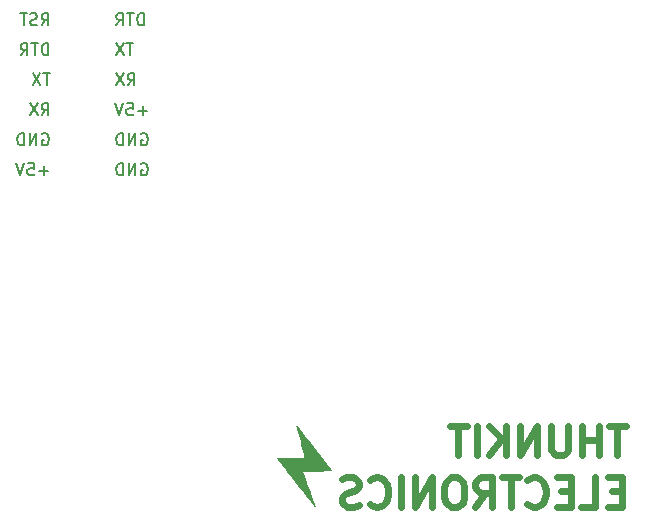
<source format=gbo>
G04 #@! TF.FileFunction,Legend,Bot*
%FSLAX46Y46*%
G04 Gerber Fmt 4.6, Leading zero omitted, Abs format (unit mm)*
G04 Created by KiCad (PCBNEW 4.0.5+dfsg1-4) date Sun Mar 15 11:09:47 2020*
%MOMM*%
%LPD*%
G01*
G04 APERTURE LIST*
%ADD10C,0.100000*%
%ADD11C,0.150000*%
%ADD12C,0.625000*%
%ADD13C,0.010000*%
G04 APERTURE END LIST*
D10*
D11*
X123205905Y-91892429D02*
X122444000Y-91892429D01*
X122824952Y-92273381D02*
X122824952Y-91511476D01*
X121491619Y-91273381D02*
X121967810Y-91273381D01*
X122015429Y-91749571D01*
X121967810Y-91701952D01*
X121872572Y-91654333D01*
X121634476Y-91654333D01*
X121539238Y-91701952D01*
X121491619Y-91749571D01*
X121444000Y-91844810D01*
X121444000Y-92082905D01*
X121491619Y-92178143D01*
X121539238Y-92225762D01*
X121634476Y-92273381D01*
X121872572Y-92273381D01*
X121967810Y-92225762D01*
X122015429Y-92178143D01*
X121158286Y-91273381D02*
X120824953Y-92273381D01*
X120491619Y-91273381D01*
X122682095Y-88781000D02*
X122777333Y-88733381D01*
X122920190Y-88733381D01*
X123063048Y-88781000D01*
X123158286Y-88876238D01*
X123205905Y-88971476D01*
X123253524Y-89161952D01*
X123253524Y-89304810D01*
X123205905Y-89495286D01*
X123158286Y-89590524D01*
X123063048Y-89685762D01*
X122920190Y-89733381D01*
X122824952Y-89733381D01*
X122682095Y-89685762D01*
X122634476Y-89638143D01*
X122634476Y-89304810D01*
X122824952Y-89304810D01*
X122205905Y-89733381D02*
X122205905Y-88733381D01*
X121634476Y-89733381D01*
X121634476Y-88733381D01*
X121158286Y-89733381D02*
X121158286Y-88733381D01*
X120920191Y-88733381D01*
X120777333Y-88781000D01*
X120682095Y-88876238D01*
X120634476Y-88971476D01*
X120586857Y-89161952D01*
X120586857Y-89304810D01*
X120634476Y-89495286D01*
X120682095Y-89590524D01*
X120777333Y-89685762D01*
X120920191Y-89733381D01*
X121158286Y-89733381D01*
X122634476Y-87193381D02*
X122967810Y-86717190D01*
X123205905Y-87193381D02*
X123205905Y-86193381D01*
X122824952Y-86193381D01*
X122729714Y-86241000D01*
X122682095Y-86288619D01*
X122634476Y-86383857D01*
X122634476Y-86526714D01*
X122682095Y-86621952D01*
X122729714Y-86669571D01*
X122824952Y-86717190D01*
X123205905Y-86717190D01*
X122301143Y-86193381D02*
X121634476Y-87193381D01*
X121634476Y-86193381D02*
X122301143Y-87193381D01*
X123348762Y-83653381D02*
X122777333Y-83653381D01*
X123063048Y-84653381D02*
X123063048Y-83653381D01*
X122539238Y-83653381D02*
X121872571Y-84653381D01*
X121872571Y-83653381D02*
X122539238Y-84653381D01*
X123205905Y-82113381D02*
X123205905Y-81113381D01*
X122967810Y-81113381D01*
X122824952Y-81161000D01*
X122729714Y-81256238D01*
X122682095Y-81351476D01*
X122634476Y-81541952D01*
X122634476Y-81684810D01*
X122682095Y-81875286D01*
X122729714Y-81970524D01*
X122824952Y-82065762D01*
X122967810Y-82113381D01*
X123205905Y-82113381D01*
X122348762Y-81113381D02*
X121777333Y-81113381D01*
X122063048Y-82113381D02*
X122063048Y-81113381D01*
X120872571Y-82113381D02*
X121205905Y-81637190D01*
X121444000Y-82113381D02*
X121444000Y-81113381D01*
X121063047Y-81113381D01*
X120967809Y-81161000D01*
X120920190Y-81208619D01*
X120872571Y-81303857D01*
X120872571Y-81446714D01*
X120920190Y-81541952D01*
X120967809Y-81589571D01*
X121063047Y-81637190D01*
X121444000Y-81637190D01*
X122634476Y-79573381D02*
X122967810Y-79097190D01*
X123205905Y-79573381D02*
X123205905Y-78573381D01*
X122824952Y-78573381D01*
X122729714Y-78621000D01*
X122682095Y-78668619D01*
X122634476Y-78763857D01*
X122634476Y-78906714D01*
X122682095Y-79001952D01*
X122729714Y-79049571D01*
X122824952Y-79097190D01*
X123205905Y-79097190D01*
X122253524Y-79525762D02*
X122110667Y-79573381D01*
X121872571Y-79573381D01*
X121777333Y-79525762D01*
X121729714Y-79478143D01*
X121682095Y-79382905D01*
X121682095Y-79287667D01*
X121729714Y-79192429D01*
X121777333Y-79144810D01*
X121872571Y-79097190D01*
X122063048Y-79049571D01*
X122158286Y-79001952D01*
X122205905Y-78954333D01*
X122253524Y-78859095D01*
X122253524Y-78763857D01*
X122205905Y-78668619D01*
X122158286Y-78621000D01*
X122063048Y-78573381D01*
X121824952Y-78573381D01*
X121682095Y-78621000D01*
X121396381Y-78573381D02*
X120824952Y-78573381D01*
X121110667Y-79573381D02*
X121110667Y-78573381D01*
X131063714Y-91321000D02*
X131158952Y-91273381D01*
X131301809Y-91273381D01*
X131444667Y-91321000D01*
X131539905Y-91416238D01*
X131587524Y-91511476D01*
X131635143Y-91701952D01*
X131635143Y-91844810D01*
X131587524Y-92035286D01*
X131539905Y-92130524D01*
X131444667Y-92225762D01*
X131301809Y-92273381D01*
X131206571Y-92273381D01*
X131063714Y-92225762D01*
X131016095Y-92178143D01*
X131016095Y-91844810D01*
X131206571Y-91844810D01*
X130587524Y-92273381D02*
X130587524Y-91273381D01*
X130016095Y-92273381D01*
X130016095Y-91273381D01*
X129539905Y-92273381D02*
X129539905Y-91273381D01*
X129301810Y-91273381D01*
X129158952Y-91321000D01*
X129063714Y-91416238D01*
X129016095Y-91511476D01*
X128968476Y-91701952D01*
X128968476Y-91844810D01*
X129016095Y-92035286D01*
X129063714Y-92130524D01*
X129158952Y-92225762D01*
X129301810Y-92273381D01*
X129539905Y-92273381D01*
X131063714Y-88781000D02*
X131158952Y-88733381D01*
X131301809Y-88733381D01*
X131444667Y-88781000D01*
X131539905Y-88876238D01*
X131587524Y-88971476D01*
X131635143Y-89161952D01*
X131635143Y-89304810D01*
X131587524Y-89495286D01*
X131539905Y-89590524D01*
X131444667Y-89685762D01*
X131301809Y-89733381D01*
X131206571Y-89733381D01*
X131063714Y-89685762D01*
X131016095Y-89638143D01*
X131016095Y-89304810D01*
X131206571Y-89304810D01*
X130587524Y-89733381D02*
X130587524Y-88733381D01*
X130016095Y-89733381D01*
X130016095Y-88733381D01*
X129539905Y-89733381D02*
X129539905Y-88733381D01*
X129301810Y-88733381D01*
X129158952Y-88781000D01*
X129063714Y-88876238D01*
X129016095Y-88971476D01*
X128968476Y-89161952D01*
X128968476Y-89304810D01*
X129016095Y-89495286D01*
X129063714Y-89590524D01*
X129158952Y-89685762D01*
X129301810Y-89733381D01*
X129539905Y-89733381D01*
X131587524Y-86812429D02*
X130825619Y-86812429D01*
X131206571Y-87193381D02*
X131206571Y-86431476D01*
X129873238Y-86193381D02*
X130349429Y-86193381D01*
X130397048Y-86669571D01*
X130349429Y-86621952D01*
X130254191Y-86574333D01*
X130016095Y-86574333D01*
X129920857Y-86621952D01*
X129873238Y-86669571D01*
X129825619Y-86764810D01*
X129825619Y-87002905D01*
X129873238Y-87098143D01*
X129920857Y-87145762D01*
X130016095Y-87193381D01*
X130254191Y-87193381D01*
X130349429Y-87145762D01*
X130397048Y-87098143D01*
X129539905Y-86193381D02*
X129206572Y-87193381D01*
X128873238Y-86193381D01*
X129920857Y-84653381D02*
X130254191Y-84177190D01*
X130492286Y-84653381D02*
X130492286Y-83653381D01*
X130111333Y-83653381D01*
X130016095Y-83701000D01*
X129968476Y-83748619D01*
X129920857Y-83843857D01*
X129920857Y-83986714D01*
X129968476Y-84081952D01*
X130016095Y-84129571D01*
X130111333Y-84177190D01*
X130492286Y-84177190D01*
X129587524Y-83653381D02*
X128920857Y-84653381D01*
X128920857Y-83653381D02*
X129587524Y-84653381D01*
X130397048Y-81113381D02*
X129825619Y-81113381D01*
X130111334Y-82113381D02*
X130111334Y-81113381D01*
X129587524Y-81113381D02*
X128920857Y-82113381D01*
X128920857Y-81113381D02*
X129587524Y-82113381D01*
X131301810Y-79573381D02*
X131301810Y-78573381D01*
X131063715Y-78573381D01*
X130920857Y-78621000D01*
X130825619Y-78716238D01*
X130778000Y-78811476D01*
X130730381Y-79001952D01*
X130730381Y-79144810D01*
X130778000Y-79335286D01*
X130825619Y-79430524D01*
X130920857Y-79525762D01*
X131063715Y-79573381D01*
X131301810Y-79573381D01*
X130444667Y-78573381D02*
X129873238Y-78573381D01*
X130158953Y-79573381D02*
X130158953Y-78573381D01*
X128968476Y-79573381D02*
X129301810Y-79097190D01*
X129539905Y-79573381D02*
X129539905Y-78573381D01*
X129158952Y-78573381D01*
X129063714Y-78621000D01*
X129016095Y-78668619D01*
X128968476Y-78763857D01*
X128968476Y-78906714D01*
X129016095Y-79001952D01*
X129063714Y-79049571D01*
X129158952Y-79097190D01*
X129539905Y-79097190D01*
D12*
X172100905Y-113473952D02*
X170672333Y-113473952D01*
X171386619Y-115973952D02*
X171386619Y-113473952D01*
X169839000Y-115973952D02*
X169839000Y-113473952D01*
X169839000Y-114664429D02*
X168410428Y-114664429D01*
X168410428Y-115973952D02*
X168410428Y-113473952D01*
X167219952Y-113473952D02*
X167219952Y-115497762D01*
X167100904Y-115735857D01*
X166981857Y-115854905D01*
X166743761Y-115973952D01*
X166267571Y-115973952D01*
X166029476Y-115854905D01*
X165910428Y-115735857D01*
X165791380Y-115497762D01*
X165791380Y-113473952D01*
X164600904Y-115973952D02*
X164600904Y-113473952D01*
X163172332Y-115973952D01*
X163172332Y-113473952D01*
X161981856Y-115973952D02*
X161981856Y-113473952D01*
X160553284Y-115973952D02*
X161624713Y-114545381D01*
X160553284Y-113473952D02*
X161981856Y-114902524D01*
X159481856Y-115973952D02*
X159481856Y-113473952D01*
X158648523Y-113473952D02*
X157219951Y-113473952D01*
X157934237Y-115973952D02*
X157934237Y-113473952D01*
X171743762Y-119039429D02*
X170910429Y-119039429D01*
X170553286Y-120348952D02*
X171743762Y-120348952D01*
X171743762Y-117848952D01*
X170553286Y-117848952D01*
X168291381Y-120348952D02*
X169481857Y-120348952D01*
X169481857Y-117848952D01*
X167458047Y-119039429D02*
X166624714Y-119039429D01*
X166267571Y-120348952D02*
X167458047Y-120348952D01*
X167458047Y-117848952D01*
X166267571Y-117848952D01*
X163767570Y-120110857D02*
X163886618Y-120229905D01*
X164243761Y-120348952D01*
X164481856Y-120348952D01*
X164838999Y-120229905D01*
X165077094Y-119991810D01*
X165196142Y-119753714D01*
X165315190Y-119277524D01*
X165315190Y-118920381D01*
X165196142Y-118444190D01*
X165077094Y-118206095D01*
X164838999Y-117968000D01*
X164481856Y-117848952D01*
X164243761Y-117848952D01*
X163886618Y-117968000D01*
X163767570Y-118087048D01*
X163053285Y-117848952D02*
X161624713Y-117848952D01*
X162338999Y-120348952D02*
X162338999Y-117848952D01*
X159362808Y-120348952D02*
X160196142Y-119158476D01*
X160791380Y-120348952D02*
X160791380Y-117848952D01*
X159838999Y-117848952D01*
X159600904Y-117968000D01*
X159481856Y-118087048D01*
X159362808Y-118325143D01*
X159362808Y-118682286D01*
X159481856Y-118920381D01*
X159600904Y-119039429D01*
X159838999Y-119158476D01*
X160791380Y-119158476D01*
X157815189Y-117848952D02*
X157338999Y-117848952D01*
X157100904Y-117968000D01*
X156862808Y-118206095D01*
X156743761Y-118682286D01*
X156743761Y-119515619D01*
X156862808Y-119991810D01*
X157100904Y-120229905D01*
X157338999Y-120348952D01*
X157815189Y-120348952D01*
X158053285Y-120229905D01*
X158291380Y-119991810D01*
X158410428Y-119515619D01*
X158410428Y-118682286D01*
X158291380Y-118206095D01*
X158053285Y-117968000D01*
X157815189Y-117848952D01*
X155672332Y-120348952D02*
X155672332Y-117848952D01*
X154243760Y-120348952D01*
X154243760Y-117848952D01*
X153053284Y-120348952D02*
X153053284Y-117848952D01*
X150434236Y-120110857D02*
X150553284Y-120229905D01*
X150910427Y-120348952D01*
X151148522Y-120348952D01*
X151505665Y-120229905D01*
X151743760Y-119991810D01*
X151862808Y-119753714D01*
X151981856Y-119277524D01*
X151981856Y-118920381D01*
X151862808Y-118444190D01*
X151743760Y-118206095D01*
X151505665Y-117968000D01*
X151148522Y-117848952D01*
X150910427Y-117848952D01*
X150553284Y-117968000D01*
X150434236Y-118087048D01*
X149481856Y-120229905D02*
X149124713Y-120348952D01*
X148529475Y-120348952D01*
X148291379Y-120229905D01*
X148172332Y-120110857D01*
X148053284Y-119872762D01*
X148053284Y-119634667D01*
X148172332Y-119396571D01*
X148291379Y-119277524D01*
X148529475Y-119158476D01*
X149005665Y-119039429D01*
X149243760Y-118920381D01*
X149362808Y-118801333D01*
X149481856Y-118563238D01*
X149481856Y-118325143D01*
X149362808Y-118087048D01*
X149243760Y-117968000D01*
X149005665Y-117848952D01*
X148410427Y-117848952D01*
X148053284Y-117968000D01*
D13*
G36*
X145756384Y-120254800D02*
X145731042Y-120184333D01*
X145689968Y-120075541D01*
X145627778Y-119908700D01*
X145548430Y-119694597D01*
X145455881Y-119444022D01*
X145354089Y-119167760D01*
X145247013Y-118876601D01*
X145138611Y-118581333D01*
X145032841Y-118292742D01*
X144933661Y-118021618D01*
X144845029Y-117778747D01*
X144770903Y-117574918D01*
X144715241Y-117420919D01*
X144682001Y-117327537D01*
X144674167Y-117303791D01*
X144714738Y-117298813D01*
X144829408Y-117293587D01*
X145007609Y-117288367D01*
X145238776Y-117283405D01*
X145512341Y-117278956D01*
X145817737Y-117275274D01*
X145891978Y-117274556D01*
X147109790Y-117263333D01*
X145706262Y-115407567D01*
X145442073Y-115058597D01*
X145192241Y-114729253D01*
X144961596Y-114425860D01*
X144754968Y-114154740D01*
X144577189Y-113922216D01*
X144433090Y-113734611D01*
X144327500Y-113598247D01*
X144265250Y-113519449D01*
X144250859Y-113502567D01*
X144215676Y-113480503D01*
X144220652Y-113527790D01*
X144223536Y-113538000D01*
X144249782Y-113631377D01*
X144292386Y-113786335D01*
X144348159Y-113990999D01*
X144413909Y-114233497D01*
X144486446Y-114501955D01*
X144562577Y-114784499D01*
X144639113Y-115069256D01*
X144712861Y-115344352D01*
X144780632Y-115597914D01*
X144839234Y-115818068D01*
X144885475Y-115992941D01*
X144916166Y-116110659D01*
X144928114Y-116159349D01*
X144928167Y-116159859D01*
X144887619Y-116166067D01*
X144773116Y-116171677D01*
X144595368Y-116176474D01*
X144365087Y-116180240D01*
X144092982Y-116182759D01*
X143789765Y-116183815D01*
X143742833Y-116183833D01*
X143435916Y-116184557D01*
X143158524Y-116186599D01*
X142921368Y-116189770D01*
X142735159Y-116193877D01*
X142610607Y-116198731D01*
X142558424Y-116204140D01*
X142557500Y-116204977D01*
X142582758Y-116240681D01*
X142654868Y-116335901D01*
X142768332Y-116483607D01*
X142917653Y-116676773D01*
X143097334Y-116908369D01*
X143301878Y-117171367D01*
X143525787Y-117458739D01*
X143763564Y-117763457D01*
X144009712Y-118078492D01*
X144258734Y-118396817D01*
X144505133Y-118711403D01*
X144743410Y-119015221D01*
X144968070Y-119301244D01*
X145173614Y-119562442D01*
X145354546Y-119791789D01*
X145505368Y-119982256D01*
X145620583Y-120126813D01*
X145694695Y-120218434D01*
X145719664Y-120247833D01*
X145756426Y-120280808D01*
X145756384Y-120254800D01*
X145756384Y-120254800D01*
G37*
X145756384Y-120254800D02*
X145731042Y-120184333D01*
X145689968Y-120075541D01*
X145627778Y-119908700D01*
X145548430Y-119694597D01*
X145455881Y-119444022D01*
X145354089Y-119167760D01*
X145247013Y-118876601D01*
X145138611Y-118581333D01*
X145032841Y-118292742D01*
X144933661Y-118021618D01*
X144845029Y-117778747D01*
X144770903Y-117574918D01*
X144715241Y-117420919D01*
X144682001Y-117327537D01*
X144674167Y-117303791D01*
X144714738Y-117298813D01*
X144829408Y-117293587D01*
X145007609Y-117288367D01*
X145238776Y-117283405D01*
X145512341Y-117278956D01*
X145817737Y-117275274D01*
X145891978Y-117274556D01*
X147109790Y-117263333D01*
X145706262Y-115407567D01*
X145442073Y-115058597D01*
X145192241Y-114729253D01*
X144961596Y-114425860D01*
X144754968Y-114154740D01*
X144577189Y-113922216D01*
X144433090Y-113734611D01*
X144327500Y-113598247D01*
X144265250Y-113519449D01*
X144250859Y-113502567D01*
X144215676Y-113480503D01*
X144220652Y-113527790D01*
X144223536Y-113538000D01*
X144249782Y-113631377D01*
X144292386Y-113786335D01*
X144348159Y-113990999D01*
X144413909Y-114233497D01*
X144486446Y-114501955D01*
X144562577Y-114784499D01*
X144639113Y-115069256D01*
X144712861Y-115344352D01*
X144780632Y-115597914D01*
X144839234Y-115818068D01*
X144885475Y-115992941D01*
X144916166Y-116110659D01*
X144928114Y-116159349D01*
X144928167Y-116159859D01*
X144887619Y-116166067D01*
X144773116Y-116171677D01*
X144595368Y-116176474D01*
X144365087Y-116180240D01*
X144092982Y-116182759D01*
X143789765Y-116183815D01*
X143742833Y-116183833D01*
X143435916Y-116184557D01*
X143158524Y-116186599D01*
X142921368Y-116189770D01*
X142735159Y-116193877D01*
X142610607Y-116198731D01*
X142558424Y-116204140D01*
X142557500Y-116204977D01*
X142582758Y-116240681D01*
X142654868Y-116335901D01*
X142768332Y-116483607D01*
X142917653Y-116676773D01*
X143097334Y-116908369D01*
X143301878Y-117171367D01*
X143525787Y-117458739D01*
X143763564Y-117763457D01*
X144009712Y-118078492D01*
X144258734Y-118396817D01*
X144505133Y-118711403D01*
X144743410Y-119015221D01*
X144968070Y-119301244D01*
X145173614Y-119562442D01*
X145354546Y-119791789D01*
X145505368Y-119982256D01*
X145620583Y-120126813D01*
X145694695Y-120218434D01*
X145719664Y-120247833D01*
X145756426Y-120280808D01*
X145756384Y-120254800D01*
M02*

</source>
